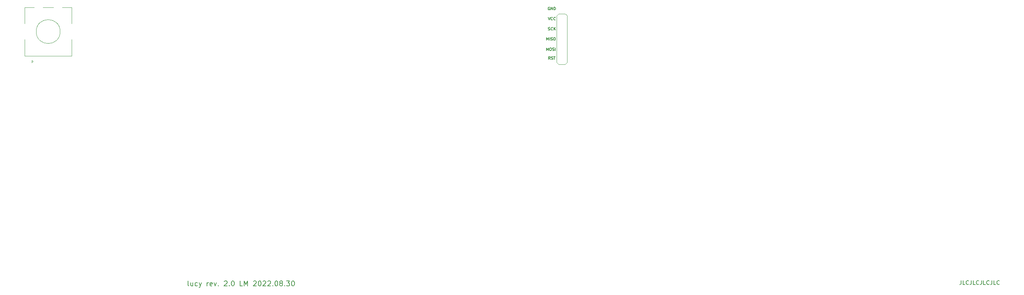
<source format=gto>
G04 #@! TF.GenerationSoftware,KiCad,Pcbnew,(6.0.5-0)*
G04 #@! TF.CreationDate,2022-08-30T21:44:49-05:00*
G04 #@! TF.ProjectId,pcb,7063622e-6b69-4636-9164-5f7063625858,rev?*
G04 #@! TF.SameCoordinates,Original*
G04 #@! TF.FileFunction,Legend,Top*
G04 #@! TF.FilePolarity,Positive*
%FSLAX46Y46*%
G04 Gerber Fmt 4.6, Leading zero omitted, Abs format (unit mm)*
G04 Created by KiCad (PCBNEW (6.0.5-0)) date 2022-08-30 21:44:49*
%MOMM*%
%LPD*%
G01*
G04 APERTURE LIST*
%ADD10C,0.150000*%
%ADD11C,0.200000*%
%ADD12C,0.120000*%
%ADD13C,3.000000*%
%ADD14C,1.750000*%
%ADD15C,3.987800*%
%ADD16R,2.000000X2.000000*%
%ADD17C,2.000000*%
%ADD18R,2.000000X3.200000*%
%ADD19C,3.800000*%
%ADD20O,1.700000X1.700000*%
%ADD21R,1.700000X1.700000*%
%ADD22C,0.650000*%
%ADD23O,1.300000X2.400000*%
%ADD24O,1.300000X1.900000*%
%ADD25C,1.700000*%
G04 APERTURE END LIST*
D10*
X291646177Y-115721330D02*
X291646177Y-116435616D01*
X291598558Y-116578473D01*
X291503320Y-116673711D01*
X291360463Y-116721330D01*
X291265225Y-116721330D01*
X292598558Y-116721330D02*
X292122367Y-116721330D01*
X292122367Y-115721330D01*
X293503320Y-116626092D02*
X293455701Y-116673711D01*
X293312844Y-116721330D01*
X293217605Y-116721330D01*
X293074748Y-116673711D01*
X292979510Y-116578473D01*
X292931891Y-116483235D01*
X292884272Y-116292759D01*
X292884272Y-116149902D01*
X292931891Y-115959426D01*
X292979510Y-115864188D01*
X293074748Y-115768950D01*
X293217605Y-115721330D01*
X293312844Y-115721330D01*
X293455701Y-115768950D01*
X293503320Y-115816569D01*
X294217605Y-115721330D02*
X294217605Y-116435616D01*
X294169986Y-116578473D01*
X294074748Y-116673711D01*
X293931891Y-116721330D01*
X293836653Y-116721330D01*
X295169986Y-116721330D02*
X294693796Y-116721330D01*
X294693796Y-115721330D01*
X296074748Y-116626092D02*
X296027129Y-116673711D01*
X295884272Y-116721330D01*
X295789034Y-116721330D01*
X295646177Y-116673711D01*
X295550939Y-116578473D01*
X295503320Y-116483235D01*
X295455701Y-116292759D01*
X295455701Y-116149902D01*
X295503320Y-115959426D01*
X295550939Y-115864188D01*
X295646177Y-115768950D01*
X295789034Y-115721330D01*
X295884272Y-115721330D01*
X296027129Y-115768950D01*
X296074748Y-115816569D01*
X296789034Y-115721330D02*
X296789034Y-116435616D01*
X296741415Y-116578473D01*
X296646177Y-116673711D01*
X296503320Y-116721330D01*
X296408082Y-116721330D01*
X297741415Y-116721330D02*
X297265225Y-116721330D01*
X297265225Y-115721330D01*
X298646177Y-116626092D02*
X298598558Y-116673711D01*
X298455701Y-116721330D01*
X298360463Y-116721330D01*
X298217605Y-116673711D01*
X298122367Y-116578473D01*
X298074748Y-116483235D01*
X298027129Y-116292759D01*
X298027129Y-116149902D01*
X298074748Y-115959426D01*
X298122367Y-115864188D01*
X298217605Y-115768950D01*
X298360463Y-115721330D01*
X298455701Y-115721330D01*
X298598558Y-115768950D01*
X298646177Y-115816569D01*
X299360463Y-115721330D02*
X299360463Y-116435616D01*
X299312844Y-116578473D01*
X299217605Y-116673711D01*
X299074748Y-116721330D01*
X298979510Y-116721330D01*
X300312844Y-116721330D02*
X299836653Y-116721330D01*
X299836653Y-115721330D01*
X301217605Y-116626092D02*
X301169986Y-116673711D01*
X301027129Y-116721330D01*
X300931891Y-116721330D01*
X300789034Y-116673711D01*
X300693796Y-116578473D01*
X300646177Y-116483235D01*
X300598558Y-116292759D01*
X300598558Y-116149902D01*
X300646177Y-115959426D01*
X300693796Y-115864188D01*
X300789034Y-115768950D01*
X300931891Y-115721330D01*
X301027129Y-115721330D01*
X301169986Y-115768950D01*
X301217605Y-115816569D01*
D11*
X98287641Y-117065476D02*
X98168594Y-117005952D01*
X98109070Y-116886904D01*
X98109070Y-115815476D01*
X99299546Y-116232142D02*
X99299546Y-117065476D01*
X98763832Y-116232142D02*
X98763832Y-116886904D01*
X98823356Y-117005952D01*
X98942403Y-117065476D01*
X99120975Y-117065476D01*
X99240022Y-117005952D01*
X99299546Y-116946428D01*
X100430499Y-117005952D02*
X100311451Y-117065476D01*
X100073356Y-117065476D01*
X99954308Y-117005952D01*
X99894784Y-116946428D01*
X99835260Y-116827380D01*
X99835260Y-116470238D01*
X99894784Y-116351190D01*
X99954308Y-116291666D01*
X100073356Y-116232142D01*
X100311451Y-116232142D01*
X100430499Y-116291666D01*
X100847165Y-116232142D02*
X101144784Y-117065476D01*
X101442403Y-116232142D02*
X101144784Y-117065476D01*
X101025737Y-117363095D01*
X100966213Y-117422619D01*
X100847165Y-117482142D01*
X102870975Y-117065476D02*
X102870975Y-116232142D01*
X102870975Y-116470238D02*
X102930499Y-116351190D01*
X102990022Y-116291666D01*
X103109070Y-116232142D01*
X103228118Y-116232142D01*
X104120975Y-117005952D02*
X104001927Y-117065476D01*
X103763832Y-117065476D01*
X103644784Y-117005952D01*
X103585260Y-116886904D01*
X103585260Y-116410714D01*
X103644784Y-116291666D01*
X103763832Y-116232142D01*
X104001927Y-116232142D01*
X104120975Y-116291666D01*
X104180499Y-116410714D01*
X104180499Y-116529761D01*
X103585260Y-116648809D01*
X104597165Y-116232142D02*
X104894784Y-117065476D01*
X105192403Y-116232142D01*
X105668594Y-116946428D02*
X105728118Y-117005952D01*
X105668594Y-117065476D01*
X105609070Y-117005952D01*
X105668594Y-116946428D01*
X105668594Y-117065476D01*
X107156689Y-115934523D02*
X107216213Y-115875000D01*
X107335260Y-115815476D01*
X107632880Y-115815476D01*
X107751927Y-115875000D01*
X107811451Y-115934523D01*
X107870975Y-116053571D01*
X107870975Y-116172619D01*
X107811451Y-116351190D01*
X107097165Y-117065476D01*
X107870975Y-117065476D01*
X108406689Y-116946428D02*
X108466213Y-117005952D01*
X108406689Y-117065476D01*
X108347165Y-117005952D01*
X108406689Y-116946428D01*
X108406689Y-117065476D01*
X109240022Y-115815476D02*
X109359070Y-115815476D01*
X109478118Y-115875000D01*
X109537641Y-115934523D01*
X109597165Y-116053571D01*
X109656689Y-116291666D01*
X109656689Y-116589285D01*
X109597165Y-116827380D01*
X109537641Y-116946428D01*
X109478118Y-117005952D01*
X109359070Y-117065476D01*
X109240022Y-117065476D01*
X109120975Y-117005952D01*
X109061451Y-116946428D01*
X109001927Y-116827380D01*
X108942403Y-116589285D01*
X108942403Y-116291666D01*
X109001927Y-116053571D01*
X109061451Y-115934523D01*
X109120975Y-115875000D01*
X109240022Y-115815476D01*
X111740022Y-117065476D02*
X111144784Y-117065476D01*
X111144784Y-115815476D01*
X112156689Y-117065476D02*
X112156689Y-115815476D01*
X112573356Y-116708333D01*
X112990022Y-115815476D01*
X112990022Y-117065476D01*
X114478118Y-115934523D02*
X114537641Y-115875000D01*
X114656689Y-115815476D01*
X114954308Y-115815476D01*
X115073356Y-115875000D01*
X115132880Y-115934523D01*
X115192403Y-116053571D01*
X115192403Y-116172619D01*
X115132880Y-116351190D01*
X114418594Y-117065476D01*
X115192403Y-117065476D01*
X115966213Y-115815476D02*
X116085260Y-115815476D01*
X116204308Y-115875000D01*
X116263832Y-115934523D01*
X116323356Y-116053571D01*
X116382880Y-116291666D01*
X116382880Y-116589285D01*
X116323356Y-116827380D01*
X116263832Y-116946428D01*
X116204308Y-117005952D01*
X116085260Y-117065476D01*
X115966213Y-117065476D01*
X115847165Y-117005952D01*
X115787641Y-116946428D01*
X115728118Y-116827380D01*
X115668594Y-116589285D01*
X115668594Y-116291666D01*
X115728118Y-116053571D01*
X115787641Y-115934523D01*
X115847165Y-115875000D01*
X115966213Y-115815476D01*
X116859070Y-115934523D02*
X116918594Y-115875000D01*
X117037641Y-115815476D01*
X117335260Y-115815476D01*
X117454308Y-115875000D01*
X117513832Y-115934523D01*
X117573356Y-116053571D01*
X117573356Y-116172619D01*
X117513832Y-116351190D01*
X116799546Y-117065476D01*
X117573356Y-117065476D01*
X118049546Y-115934523D02*
X118109070Y-115875000D01*
X118228118Y-115815476D01*
X118525737Y-115815476D01*
X118644784Y-115875000D01*
X118704308Y-115934523D01*
X118763832Y-116053571D01*
X118763832Y-116172619D01*
X118704308Y-116351190D01*
X117990022Y-117065476D01*
X118763832Y-117065476D01*
X119299546Y-116946428D02*
X119359070Y-117005952D01*
X119299546Y-117065476D01*
X119240022Y-117005952D01*
X119299546Y-116946428D01*
X119299546Y-117065476D01*
X120132880Y-115815476D02*
X120251927Y-115815476D01*
X120370975Y-115875000D01*
X120430499Y-115934523D01*
X120490022Y-116053571D01*
X120549546Y-116291666D01*
X120549546Y-116589285D01*
X120490022Y-116827380D01*
X120430499Y-116946428D01*
X120370975Y-117005952D01*
X120251927Y-117065476D01*
X120132880Y-117065476D01*
X120013832Y-117005952D01*
X119954308Y-116946428D01*
X119894784Y-116827380D01*
X119835260Y-116589285D01*
X119835260Y-116291666D01*
X119894784Y-116053571D01*
X119954308Y-115934523D01*
X120013832Y-115875000D01*
X120132880Y-115815476D01*
X121263832Y-116351190D02*
X121144784Y-116291666D01*
X121085260Y-116232142D01*
X121025737Y-116113095D01*
X121025737Y-116053571D01*
X121085260Y-115934523D01*
X121144784Y-115875000D01*
X121263832Y-115815476D01*
X121501927Y-115815476D01*
X121620975Y-115875000D01*
X121680499Y-115934523D01*
X121740022Y-116053571D01*
X121740022Y-116113095D01*
X121680499Y-116232142D01*
X121620975Y-116291666D01*
X121501927Y-116351190D01*
X121263832Y-116351190D01*
X121144784Y-116410714D01*
X121085260Y-116470238D01*
X121025737Y-116589285D01*
X121025737Y-116827380D01*
X121085260Y-116946428D01*
X121144784Y-117005952D01*
X121263832Y-117065476D01*
X121501927Y-117065476D01*
X121620975Y-117005952D01*
X121680499Y-116946428D01*
X121740022Y-116827380D01*
X121740022Y-116589285D01*
X121680499Y-116470238D01*
X121620975Y-116410714D01*
X121501927Y-116351190D01*
X122275737Y-116946428D02*
X122335260Y-117005952D01*
X122275737Y-117065476D01*
X122216213Y-117005952D01*
X122275737Y-116946428D01*
X122275737Y-117065476D01*
X122751927Y-115815476D02*
X123525737Y-115815476D01*
X123109070Y-116291666D01*
X123287641Y-116291666D01*
X123406689Y-116351190D01*
X123466213Y-116410714D01*
X123525737Y-116529761D01*
X123525737Y-116827380D01*
X123466213Y-116946428D01*
X123406689Y-117005952D01*
X123287641Y-117065476D01*
X122930499Y-117065476D01*
X122811451Y-117005952D01*
X122751927Y-116946428D01*
X124299546Y-115815476D02*
X124418594Y-115815476D01*
X124537641Y-115875000D01*
X124597165Y-115934523D01*
X124656689Y-116053571D01*
X124716213Y-116291666D01*
X124716213Y-116589285D01*
X124656689Y-116827380D01*
X124597165Y-116946428D01*
X124537641Y-117005952D01*
X124418594Y-117065476D01*
X124299546Y-117065476D01*
X124180499Y-117005952D01*
X124120975Y-116946428D01*
X124061451Y-116827380D01*
X124001927Y-116589285D01*
X124001927Y-116291666D01*
X124061451Y-116053571D01*
X124120975Y-115934523D01*
X124180499Y-115875000D01*
X124299546Y-115815476D01*
D10*
X187840225Y-57960616D02*
X187840225Y-57260616D01*
X188073558Y-57760616D01*
X188306891Y-57260616D01*
X188306891Y-57960616D01*
X188773558Y-57260616D02*
X188906891Y-57260616D01*
X188973558Y-57293950D01*
X189040225Y-57360616D01*
X189073558Y-57493950D01*
X189073558Y-57727283D01*
X189040225Y-57860616D01*
X188973558Y-57927283D01*
X188906891Y-57960616D01*
X188773558Y-57960616D01*
X188706891Y-57927283D01*
X188640225Y-57860616D01*
X188606891Y-57727283D01*
X188606891Y-57493950D01*
X188640225Y-57360616D01*
X188706891Y-57293950D01*
X188773558Y-57260616D01*
X189340225Y-57927283D02*
X189440225Y-57960616D01*
X189606891Y-57960616D01*
X189673558Y-57927283D01*
X189706891Y-57893950D01*
X189740225Y-57827283D01*
X189740225Y-57760616D01*
X189706891Y-57693950D01*
X189673558Y-57660616D01*
X189606891Y-57627283D01*
X189473558Y-57593950D01*
X189406891Y-57560616D01*
X189373558Y-57527283D01*
X189340225Y-57460616D01*
X189340225Y-57393950D01*
X189373558Y-57327283D01*
X189406891Y-57293950D01*
X189473558Y-57260616D01*
X189640225Y-57260616D01*
X189740225Y-57293950D01*
X190040225Y-57960616D02*
X190040225Y-57260616D01*
X187840225Y-55378112D02*
X187840225Y-54678112D01*
X188073558Y-55178112D01*
X188306891Y-54678112D01*
X188306891Y-55378112D01*
X188640225Y-55378112D02*
X188640225Y-54678112D01*
X188940225Y-55344779D02*
X189040225Y-55378112D01*
X189206891Y-55378112D01*
X189273558Y-55344779D01*
X189306891Y-55311446D01*
X189340225Y-55244779D01*
X189340225Y-55178112D01*
X189306891Y-55111446D01*
X189273558Y-55078112D01*
X189206891Y-55044779D01*
X189073558Y-55011446D01*
X189006891Y-54978112D01*
X188973558Y-54944779D01*
X188940225Y-54878112D01*
X188940225Y-54811446D01*
X188973558Y-54744779D01*
X189006891Y-54711446D01*
X189073558Y-54678112D01*
X189240225Y-54678112D01*
X189340225Y-54711446D01*
X189773558Y-54678112D02*
X189906891Y-54678112D01*
X189973558Y-54711446D01*
X190040225Y-54778112D01*
X190073558Y-54911446D01*
X190073558Y-55144779D01*
X190040225Y-55278112D01*
X189973558Y-55344779D01*
X189906891Y-55378112D01*
X189773558Y-55378112D01*
X189706891Y-55344779D01*
X189640225Y-55278112D01*
X189606891Y-55144779D01*
X189606891Y-54911446D01*
X189640225Y-54778112D01*
X189706891Y-54711446D01*
X189773558Y-54678112D01*
X188290225Y-52807283D02*
X188390225Y-52840616D01*
X188556891Y-52840616D01*
X188623558Y-52807283D01*
X188656891Y-52773950D01*
X188690225Y-52707283D01*
X188690225Y-52640616D01*
X188656891Y-52573950D01*
X188623558Y-52540616D01*
X188556891Y-52507283D01*
X188423558Y-52473950D01*
X188356891Y-52440616D01*
X188323558Y-52407283D01*
X188290225Y-52340616D01*
X188290225Y-52273950D01*
X188323558Y-52207283D01*
X188356891Y-52173950D01*
X188423558Y-52140616D01*
X188590225Y-52140616D01*
X188690225Y-52173950D01*
X189390225Y-52773950D02*
X189356891Y-52807283D01*
X189256891Y-52840616D01*
X189190225Y-52840616D01*
X189090225Y-52807283D01*
X189023558Y-52740616D01*
X188990225Y-52673950D01*
X188956891Y-52540616D01*
X188956891Y-52440616D01*
X188990225Y-52307283D01*
X189023558Y-52240616D01*
X189090225Y-52173950D01*
X189190225Y-52140616D01*
X189256891Y-52140616D01*
X189356891Y-52173950D01*
X189390225Y-52207283D01*
X189690225Y-52840616D02*
X189690225Y-52140616D01*
X190090225Y-52840616D02*
X189790225Y-52440616D01*
X190090225Y-52140616D02*
X189690225Y-52540616D01*
X188631979Y-47093950D02*
X188565313Y-47060616D01*
X188465313Y-47060616D01*
X188365313Y-47093950D01*
X188298646Y-47160616D01*
X188265313Y-47227283D01*
X188231979Y-47360616D01*
X188231979Y-47460616D01*
X188265313Y-47593950D01*
X188298646Y-47660616D01*
X188365313Y-47727283D01*
X188465313Y-47760616D01*
X188531979Y-47760616D01*
X188631979Y-47727283D01*
X188665313Y-47693950D01*
X188665313Y-47460616D01*
X188531979Y-47460616D01*
X188965313Y-47760616D02*
X188965313Y-47060616D01*
X189365313Y-47760616D01*
X189365313Y-47060616D01*
X189698646Y-47760616D02*
X189698646Y-47060616D01*
X189865313Y-47060616D01*
X189965313Y-47093950D01*
X190031979Y-47160616D01*
X190065313Y-47227283D01*
X190098646Y-47360616D01*
X190098646Y-47460616D01*
X190065313Y-47593950D01*
X190031979Y-47660616D01*
X189965313Y-47727283D01*
X189865313Y-47760616D01*
X189698646Y-47760616D01*
X188256891Y-49600616D02*
X188490225Y-50300616D01*
X188723558Y-49600616D01*
X189356891Y-50233950D02*
X189323558Y-50267283D01*
X189223558Y-50300616D01*
X189156891Y-50300616D01*
X189056891Y-50267283D01*
X188990225Y-50200616D01*
X188956891Y-50133950D01*
X188923558Y-50000616D01*
X188923558Y-49900616D01*
X188956891Y-49767283D01*
X188990225Y-49700616D01*
X189056891Y-49633950D01*
X189156891Y-49600616D01*
X189223558Y-49600616D01*
X189323558Y-49633950D01*
X189356891Y-49667283D01*
X190056891Y-50233950D02*
X190023558Y-50267283D01*
X189923558Y-50300616D01*
X189856891Y-50300616D01*
X189756891Y-50267283D01*
X189690225Y-50200616D01*
X189656891Y-50133950D01*
X189623558Y-50000616D01*
X189623558Y-49900616D01*
X189656891Y-49767283D01*
X189690225Y-49700616D01*
X189756891Y-49633950D01*
X189856891Y-49600616D01*
X189923558Y-49600616D01*
X190023558Y-49633950D01*
X190056891Y-49667283D01*
X188756891Y-60178112D02*
X188523558Y-59844779D01*
X188356891Y-60178112D02*
X188356891Y-59478112D01*
X188623558Y-59478112D01*
X188690225Y-59511446D01*
X188723558Y-59544779D01*
X188756891Y-59611446D01*
X188756891Y-59711446D01*
X188723558Y-59778112D01*
X188690225Y-59811446D01*
X188623558Y-59844779D01*
X188356891Y-59844779D01*
X189023558Y-60144779D02*
X189123558Y-60178112D01*
X189290225Y-60178112D01*
X189356891Y-60144779D01*
X189390225Y-60111446D01*
X189423558Y-60044779D01*
X189423558Y-59978112D01*
X189390225Y-59911446D01*
X189356891Y-59878112D01*
X189290225Y-59844779D01*
X189156891Y-59811446D01*
X189090225Y-59778112D01*
X189056891Y-59744779D01*
X189023558Y-59678112D01*
X189023558Y-59611446D01*
X189056891Y-59544779D01*
X189090225Y-59511446D01*
X189156891Y-59478112D01*
X189323558Y-59478112D01*
X189423558Y-59511446D01*
X189623558Y-59478112D02*
X190023558Y-59478112D01*
X189823558Y-60178112D02*
X189823558Y-59478112D01*
D12*
X57177713Y-55193958D02*
X57177713Y-59293958D01*
X58977713Y-60393958D02*
X59277713Y-60693958D01*
X61777713Y-47093958D02*
X64377713Y-47093958D01*
X59277713Y-60693958D02*
X58977713Y-60993958D01*
X68977713Y-55193958D02*
X68977713Y-59293958D01*
X68977713Y-47093958D02*
X68977713Y-51193958D01*
X57177713Y-47093958D02*
X59577713Y-47093958D01*
X66577713Y-47093958D02*
X68977713Y-47093958D01*
X57177713Y-51193958D02*
X57177713Y-47093958D01*
X57177713Y-59293958D02*
X68977713Y-59293958D01*
X58977713Y-60993958D02*
X58977713Y-60393958D01*
X66077713Y-53193958D02*
G75*
G03*
X66077713Y-53193958I-3000000J0D01*
G01*
X190865313Y-48713950D02*
X190335313Y-49243950D01*
X192465313Y-48713950D02*
X192995313Y-49143950D01*
X192465313Y-61473950D02*
X190865313Y-61473950D01*
X192995313Y-49143950D02*
X192995313Y-60943950D01*
X192465313Y-61473950D02*
X192995313Y-60943950D01*
X190865313Y-48713950D02*
X192465313Y-48713950D01*
X190865313Y-61473950D02*
X190335313Y-60943950D01*
X190335313Y-60943950D02*
X190335313Y-49243950D01*
%LPC*%
D13*
X108480225Y-48113950D03*
X102130225Y-50653950D03*
D14*
X111020225Y-53193950D03*
X100860225Y-53193950D03*
D15*
X105940225Y-53193950D03*
D13*
X121180225Y-50653950D03*
D14*
X119910225Y-53193950D03*
D15*
X124990225Y-53193950D03*
D13*
X127530225Y-48113950D03*
D14*
X130070225Y-53193950D03*
X206270225Y-53193950D03*
D13*
X203730225Y-48113950D03*
X197380225Y-50653950D03*
D14*
X196110225Y-53193950D03*
D15*
X201190225Y-53193950D03*
D14*
X187220225Y-53193950D03*
D13*
X178330225Y-50653950D03*
X184680225Y-48113950D03*
D14*
X177060225Y-53193950D03*
D15*
X182140225Y-53193950D03*
D14*
X168170225Y-53193950D03*
D15*
X163090225Y-53193950D03*
D13*
X165630225Y-48113950D03*
X159280225Y-50653950D03*
D14*
X158010225Y-53193950D03*
X81810225Y-53193950D03*
D15*
X86890225Y-53193950D03*
D13*
X83080225Y-50653950D03*
X89430225Y-48113950D03*
D14*
X91970225Y-53193950D03*
X225320225Y-53193950D03*
D13*
X222780225Y-48113950D03*
D15*
X220240225Y-53193950D03*
D14*
X215160225Y-53193950D03*
D13*
X216430225Y-50653950D03*
D14*
X244370225Y-53193950D03*
D13*
X235480225Y-50653950D03*
X241830225Y-48113950D03*
D14*
X234210225Y-53193950D03*
D15*
X239290225Y-53193950D03*
D14*
X91970225Y-72243950D03*
D15*
X86890225Y-72243950D03*
D13*
X83080225Y-69703950D03*
D14*
X81810225Y-72243950D03*
D13*
X89430225Y-67163950D03*
D14*
X111020225Y-72243950D03*
D13*
X102130225Y-69703950D03*
D14*
X100860225Y-72243950D03*
D13*
X108480225Y-67163950D03*
D15*
X105940225Y-72243950D03*
X144045399Y-72243950D03*
D13*
X146585399Y-67163950D03*
D14*
X138965399Y-72243950D03*
X149125399Y-72243950D03*
D13*
X140235399Y-69703950D03*
X273580225Y-50653950D03*
D15*
X277390225Y-53193950D03*
D13*
X279930225Y-48113950D03*
D14*
X272310225Y-53193950D03*
X282470225Y-53193950D03*
D13*
X165630225Y-67163950D03*
X159280225Y-69703950D03*
D14*
X168170225Y-72243950D03*
X158010225Y-72243950D03*
D15*
X163090225Y-72243950D03*
D14*
X187220225Y-72243950D03*
D15*
X182140225Y-72243950D03*
D14*
X177060225Y-72243950D03*
D13*
X184680225Y-67163950D03*
X178330225Y-69703950D03*
D14*
X196110225Y-72243950D03*
D15*
X201190225Y-72243950D03*
D13*
X203730225Y-67163950D03*
D14*
X206270225Y-72243950D03*
D13*
X197380225Y-69703950D03*
D14*
X111020225Y-110343950D03*
D15*
X105940225Y-110343950D03*
D14*
X100860225Y-110343950D03*
D13*
X108480225Y-105263950D03*
X102130225Y-107803950D03*
D14*
X119910225Y-110343950D03*
D13*
X127530225Y-105263950D03*
D14*
X130070225Y-110343950D03*
D15*
X124990225Y-110343950D03*
D13*
X121180225Y-107803950D03*
X140230225Y-107803950D03*
X146580225Y-105263950D03*
D15*
X144040225Y-110343950D03*
D14*
X149120225Y-110343950D03*
X138960225Y-110343950D03*
D13*
X159280225Y-107803950D03*
D14*
X168170225Y-110343950D03*
D13*
X165630225Y-105263950D03*
D14*
X158010225Y-110343950D03*
D15*
X163090225Y-110343950D03*
X182140225Y-110343950D03*
D14*
X187220225Y-110343950D03*
D13*
X178330225Y-107803950D03*
X184680225Y-105263950D03*
D14*
X177060225Y-110343950D03*
D15*
X220240225Y-110343950D03*
D14*
X225320225Y-110343950D03*
D13*
X222780225Y-105263950D03*
D14*
X215160225Y-110343950D03*
D13*
X216430225Y-107803950D03*
X241830225Y-105263950D03*
X235480225Y-107803950D03*
D14*
X244370225Y-110343950D03*
X234210225Y-110343950D03*
D15*
X239290225Y-110343950D03*
D14*
X253260225Y-110343950D03*
D13*
X254530225Y-107803950D03*
X260880225Y-105263950D03*
D14*
X263420225Y-110343950D03*
D15*
X258340225Y-110343950D03*
D13*
X279930225Y-105263950D03*
D15*
X277390225Y-110343950D03*
D14*
X282470225Y-110343950D03*
X272310225Y-110343950D03*
D13*
X273580225Y-107803950D03*
D14*
X196110225Y-110343950D03*
X206270225Y-110343950D03*
D13*
X203730225Y-105263950D03*
D15*
X201190225Y-110343950D03*
D13*
X197380225Y-107803950D03*
X279930225Y-86213950D03*
D15*
X277390225Y-91293950D03*
D13*
X273580225Y-88753950D03*
D14*
X272310225Y-91293950D03*
X282470225Y-91293950D03*
X253260225Y-91293950D03*
D13*
X260880225Y-86213950D03*
D15*
X258340225Y-91293950D03*
D13*
X254530225Y-88753950D03*
D14*
X263420225Y-91293950D03*
D13*
X216430225Y-88753950D03*
D14*
X215160225Y-91293950D03*
D13*
X222780225Y-86213950D03*
D14*
X225320225Y-91293950D03*
D15*
X220240225Y-91293950D03*
D14*
X187220225Y-91293950D03*
X177060225Y-91293950D03*
D15*
X182140225Y-91293950D03*
D13*
X184680225Y-86213950D03*
X178330225Y-88753950D03*
D14*
X138960225Y-91293950D03*
D13*
X146580225Y-86213950D03*
D14*
X149120225Y-91293950D03*
D15*
X144040225Y-91293950D03*
D13*
X140230225Y-88753950D03*
X83080225Y-88753950D03*
X89430225Y-86213950D03*
D14*
X91970225Y-91293950D03*
X81810225Y-91293950D03*
D15*
X86890225Y-91293950D03*
D14*
X158010225Y-91293950D03*
D13*
X159280225Y-88753950D03*
X165630225Y-86213950D03*
D14*
X168170225Y-91293950D03*
D15*
X163090225Y-91293950D03*
D13*
X298980225Y-67163950D03*
D14*
X301520225Y-72243950D03*
D13*
X292630225Y-69703950D03*
D14*
X291360225Y-72243950D03*
D15*
X296440225Y-72243950D03*
D13*
X127530225Y-86213950D03*
D14*
X130070225Y-91293950D03*
D13*
X121180225Y-88753950D03*
D14*
X119910225Y-91293950D03*
D15*
X124990225Y-91293950D03*
X105940225Y-91293950D03*
D14*
X111020225Y-91293950D03*
D13*
X108480225Y-86213950D03*
X102130225Y-88753950D03*
D14*
X100860225Y-91293950D03*
X263420225Y-72243950D03*
D13*
X260880225Y-67163950D03*
D15*
X258340225Y-72243950D03*
D13*
X254530225Y-69703950D03*
D14*
X253260225Y-72243950D03*
X234210225Y-72243950D03*
D13*
X241830225Y-67163950D03*
D15*
X239290225Y-72243950D03*
D13*
X235480225Y-69703950D03*
D14*
X244370225Y-72243950D03*
D13*
X273580225Y-69703950D03*
D15*
X277390225Y-72243950D03*
D14*
X282470225Y-72243950D03*
D13*
X279930225Y-67163950D03*
D14*
X272310225Y-72243950D03*
D13*
X298980225Y-105263950D03*
D14*
X291360225Y-110343950D03*
D15*
X296440225Y-110343950D03*
D14*
X301520225Y-110343950D03*
D13*
X292630225Y-107803950D03*
X298980225Y-86213950D03*
X292630225Y-88753950D03*
D15*
X296440225Y-91293950D03*
D14*
X301520225Y-91293950D03*
X291360225Y-91293950D03*
D13*
X292630225Y-50653950D03*
D15*
X296440225Y-53193950D03*
D14*
X301520225Y-53193950D03*
X291360225Y-53193950D03*
D13*
X298980225Y-48113950D03*
D16*
X60577713Y-60693958D03*
D17*
X65577713Y-60693958D03*
X63077713Y-60693958D03*
D18*
X57477713Y-53193958D03*
X68677713Y-53193958D03*
D17*
X65577713Y-46193958D03*
X60577713Y-46193958D03*
D15*
X144040225Y-53193950D03*
D14*
X149120225Y-53193950D03*
D13*
X140230225Y-50653950D03*
D14*
X138960225Y-53193950D03*
D13*
X146580225Y-48113950D03*
D15*
X63077713Y-110344006D03*
D13*
X65617713Y-105264006D03*
D14*
X57997713Y-110344006D03*
X68157713Y-110344006D03*
D13*
X59267713Y-107804006D03*
D14*
X57997713Y-72243974D03*
D13*
X59267713Y-69703974D03*
X65617713Y-67163974D03*
D14*
X68157713Y-72243974D03*
D15*
X63077713Y-72243974D03*
D13*
X59267713Y-88753990D03*
X65617713Y-86213990D03*
D14*
X68157713Y-91293990D03*
D15*
X63077713Y-91293990D03*
D14*
X57997713Y-91293990D03*
D15*
X201190225Y-91293950D03*
D13*
X203730225Y-86213950D03*
D14*
X206270225Y-91293950D03*
X196110225Y-91293950D03*
D13*
X197380225Y-88753950D03*
X241830225Y-86213950D03*
D14*
X244370225Y-91293950D03*
D15*
X239290225Y-91293950D03*
D14*
X234210225Y-91293950D03*
D13*
X235480225Y-88753950D03*
D14*
X91970225Y-110343950D03*
D13*
X89430225Y-105263950D03*
D14*
X81810225Y-110343950D03*
D13*
X83080225Y-107803950D03*
D15*
X86890225Y-110343950D03*
D13*
X254530225Y-50653950D03*
X260880225Y-48113950D03*
D14*
X253260225Y-53193950D03*
D15*
X258340225Y-53193950D03*
D14*
X263420225Y-53193950D03*
D13*
X121180225Y-69703950D03*
X127530225Y-67163950D03*
D14*
X119910225Y-72243950D03*
D15*
X124990225Y-72243950D03*
D14*
X130070225Y-72243950D03*
X215160225Y-72243950D03*
D15*
X220240225Y-72243950D03*
D13*
X222780225Y-67163950D03*
D14*
X225320225Y-72243950D03*
D13*
X216430225Y-69703950D03*
D19*
X74983973Y-53193950D03*
X286915393Y-62718958D03*
X286915393Y-100818990D03*
X96415233Y-100818990D03*
X102368363Y-62718958D03*
D14*
X68157713Y-53193958D03*
D15*
X63077713Y-53193958D03*
D14*
X57997713Y-53193958D03*
D20*
X191665313Y-60143950D03*
X191665313Y-49983950D03*
X191665313Y-55063950D03*
X191665313Y-57603950D03*
X191665313Y-52523950D03*
D21*
X191665313Y-47443950D03*
D22*
X93525217Y-42765450D03*
X99305217Y-42765450D03*
D23*
X92115217Y-43316450D03*
X100715217Y-43316450D03*
D24*
X100715217Y-39116450D03*
X92115217Y-39116450D03*
D25*
X58000000Y-116400000D03*
X60600000Y-116400000D03*
X63200000Y-116400000D03*
X58000000Y-112700000D03*
X60600000Y-112700000D03*
M02*

</source>
